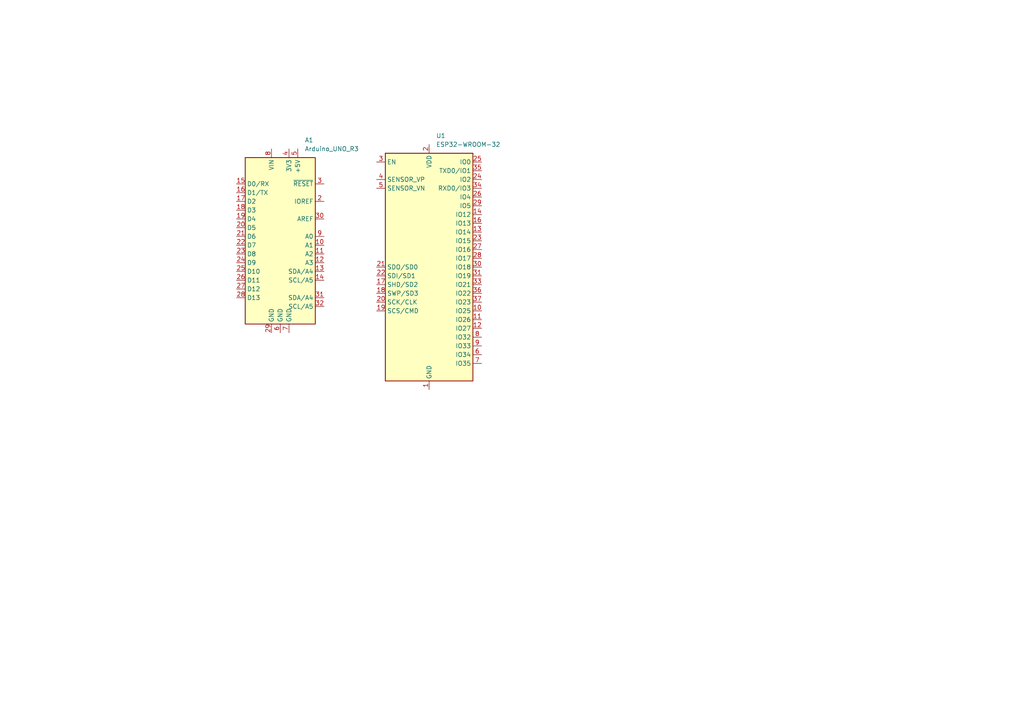
<source format=kicad_sch>
(kicad_sch (version 20211123) (generator eeschema)

  (uuid e63e39d7-6ac0-4ffd-8aa3-1841a4541b55)

  (paper "A4")

  (lib_symbols
    (symbol "MCU_Module:Arduino_UNO_R3" (in_bom yes) (on_board yes)
      (property "Reference" "A" (id 0) (at -10.16 23.495 0)
        (effects (font (size 1.27 1.27)) (justify left bottom))
      )
      (property "Value" "Arduino_UNO_R3" (id 1) (at 5.08 -26.67 0)
        (effects (font (size 1.27 1.27)) (justify left top))
      )
      (property "Footprint" "Module:Arduino_UNO_R3" (id 2) (at 0 0 0)
        (effects (font (size 1.27 1.27) italic) hide)
      )
      (property "Datasheet" "https://www.arduino.cc/en/Main/arduinoBoardUno" (id 3) (at 0 0 0)
        (effects (font (size 1.27 1.27)) hide)
      )
      (property "ki_keywords" "Arduino UNO R3 Microcontroller Module Atmel AVR USB" (id 4) (at 0 0 0)
        (effects (font (size 1.27 1.27)) hide)
      )
      (property "ki_description" "Arduino UNO Microcontroller Module, release 3" (id 5) (at 0 0 0)
        (effects (font (size 1.27 1.27)) hide)
      )
      (property "ki_fp_filters" "Arduino*UNO*R3*" (id 6) (at 0 0 0)
        (effects (font (size 1.27 1.27)) hide)
      )
      (symbol "Arduino_UNO_R3_0_1"
        (rectangle (start -10.16 22.86) (end 10.16 -25.4)
          (stroke (width 0.254) (type default) (color 0 0 0 0))
          (fill (type background))
        )
      )
      (symbol "Arduino_UNO_R3_1_1"
        (pin no_connect line (at -10.16 -20.32 0) (length 2.54) hide
          (name "NC" (effects (font (size 1.27 1.27))))
          (number "1" (effects (font (size 1.27 1.27))))
        )
        (pin bidirectional line (at 12.7 -2.54 180) (length 2.54)
          (name "A1" (effects (font (size 1.27 1.27))))
          (number "10" (effects (font (size 1.27 1.27))))
        )
        (pin bidirectional line (at 12.7 -5.08 180) (length 2.54)
          (name "A2" (effects (font (size 1.27 1.27))))
          (number "11" (effects (font (size 1.27 1.27))))
        )
        (pin bidirectional line (at 12.7 -7.62 180) (length 2.54)
          (name "A3" (effects (font (size 1.27 1.27))))
          (number "12" (effects (font (size 1.27 1.27))))
        )
        (pin bidirectional line (at 12.7 -10.16 180) (length 2.54)
          (name "SDA/A4" (effects (font (size 1.27 1.27))))
          (number "13" (effects (font (size 1.27 1.27))))
        )
        (pin bidirectional line (at 12.7 -12.7 180) (length 2.54)
          (name "SCL/A5" (effects (font (size 1.27 1.27))))
          (number "14" (effects (font (size 1.27 1.27))))
        )
        (pin bidirectional line (at -12.7 15.24 0) (length 2.54)
          (name "D0/RX" (effects (font (size 1.27 1.27))))
          (number "15" (effects (font (size 1.27 1.27))))
        )
        (pin bidirectional line (at -12.7 12.7 0) (length 2.54)
          (name "D1/TX" (effects (font (size 1.27 1.27))))
          (number "16" (effects (font (size 1.27 1.27))))
        )
        (pin bidirectional line (at -12.7 10.16 0) (length 2.54)
          (name "D2" (effects (font (size 1.27 1.27))))
          (number "17" (effects (font (size 1.27 1.27))))
        )
        (pin bidirectional line (at -12.7 7.62 0) (length 2.54)
          (name "D3" (effects (font (size 1.27 1.27))))
          (number "18" (effects (font (size 1.27 1.27))))
        )
        (pin bidirectional line (at -12.7 5.08 0) (length 2.54)
          (name "D4" (effects (font (size 1.27 1.27))))
          (number "19" (effects (font (size 1.27 1.27))))
        )
        (pin output line (at 12.7 10.16 180) (length 2.54)
          (name "IOREF" (effects (font (size 1.27 1.27))))
          (number "2" (effects (font (size 1.27 1.27))))
        )
        (pin bidirectional line (at -12.7 2.54 0) (length 2.54)
          (name "D5" (effects (font (size 1.27 1.27))))
          (number "20" (effects (font (size 1.27 1.27))))
        )
        (pin bidirectional line (at -12.7 0 0) (length 2.54)
          (name "D6" (effects (font (size 1.27 1.27))))
          (number "21" (effects (font (size 1.27 1.27))))
        )
        (pin bidirectional line (at -12.7 -2.54 0) (length 2.54)
          (name "D7" (effects (font (size 1.27 1.27))))
          (number "22" (effects (font (size 1.27 1.27))))
        )
        (pin bidirectional line (at -12.7 -5.08 0) (length 2.54)
          (name "D8" (effects (font (size 1.27 1.27))))
          (number "23" (effects (font (size 1.27 1.27))))
        )
        (pin bidirectional line (at -12.7 -7.62 0) (length 2.54)
          (name "D9" (effects (font (size 1.27 1.27))))
          (number "24" (effects (font (size 1.27 1.27))))
        )
        (pin bidirectional line (at -12.7 -10.16 0) (length 2.54)
          (name "D10" (effects (font (size 1.27 1.27))))
          (number "25" (effects (font (size 1.27 1.27))))
        )
        (pin bidirectional line (at -12.7 -12.7 0) (length 2.54)
          (name "D11" (effects (font (size 1.27 1.27))))
          (number "26" (effects (font (size 1.27 1.27))))
        )
        (pin bidirectional line (at -12.7 -15.24 0) (length 2.54)
          (name "D12" (effects (font (size 1.27 1.27))))
          (number "27" (effects (font (size 1.27 1.27))))
        )
        (pin bidirectional line (at -12.7 -17.78 0) (length 2.54)
          (name "D13" (effects (font (size 1.27 1.27))))
          (number "28" (effects (font (size 1.27 1.27))))
        )
        (pin power_in line (at -2.54 -27.94 90) (length 2.54)
          (name "GND" (effects (font (size 1.27 1.27))))
          (number "29" (effects (font (size 1.27 1.27))))
        )
        (pin input line (at 12.7 15.24 180) (length 2.54)
          (name "~{RESET}" (effects (font (size 1.27 1.27))))
          (number "3" (effects (font (size 1.27 1.27))))
        )
        (pin input line (at 12.7 5.08 180) (length 2.54)
          (name "AREF" (effects (font (size 1.27 1.27))))
          (number "30" (effects (font (size 1.27 1.27))))
        )
        (pin bidirectional line (at 12.7 -17.78 180) (length 2.54)
          (name "SDA/A4" (effects (font (size 1.27 1.27))))
          (number "31" (effects (font (size 1.27 1.27))))
        )
        (pin bidirectional line (at 12.7 -20.32 180) (length 2.54)
          (name "SCL/A5" (effects (font (size 1.27 1.27))))
          (number "32" (effects (font (size 1.27 1.27))))
        )
        (pin power_out line (at 2.54 25.4 270) (length 2.54)
          (name "3V3" (effects (font (size 1.27 1.27))))
          (number "4" (effects (font (size 1.27 1.27))))
        )
        (pin power_out line (at 5.08 25.4 270) (length 2.54)
          (name "+5V" (effects (font (size 1.27 1.27))))
          (number "5" (effects (font (size 1.27 1.27))))
        )
        (pin power_in line (at 0 -27.94 90) (length 2.54)
          (name "GND" (effects (font (size 1.27 1.27))))
          (number "6" (effects (font (size 1.27 1.27))))
        )
        (pin power_in line (at 2.54 -27.94 90) (length 2.54)
          (name "GND" (effects (font (size 1.27 1.27))))
          (number "7" (effects (font (size 1.27 1.27))))
        )
        (pin power_in line (at -2.54 25.4 270) (length 2.54)
          (name "VIN" (effects (font (size 1.27 1.27))))
          (number "8" (effects (font (size 1.27 1.27))))
        )
        (pin bidirectional line (at 12.7 0 180) (length 2.54)
          (name "A0" (effects (font (size 1.27 1.27))))
          (number "9" (effects (font (size 1.27 1.27))))
        )
      )
    )
    (symbol "RF_Module:ESP32-WROOM-32" (in_bom yes) (on_board yes)
      (property "Reference" "U" (id 0) (at -12.7 34.29 0)
        (effects (font (size 1.27 1.27)) (justify left))
      )
      (property "Value" "ESP32-WROOM-32" (id 1) (at 1.27 34.29 0)
        (effects (font (size 1.27 1.27)) (justify left))
      )
      (property "Footprint" "RF_Module:ESP32-WROOM-32" (id 2) (at 0 -38.1 0)
        (effects (font (size 1.27 1.27)) hide)
      )
      (property "Datasheet" "https://www.espressif.com/sites/default/files/documentation/esp32-wroom-32_datasheet_en.pdf" (id 3) (at -7.62 1.27 0)
        (effects (font (size 1.27 1.27)) hide)
      )
      (property "ki_keywords" "RF Radio BT ESP ESP32 Espressif onboard PCB antenna" (id 4) (at 0 0 0)
        (effects (font (size 1.27 1.27)) hide)
      )
      (property "ki_description" "RF Module, ESP32-D0WDQ6 SoC, Wi-Fi 802.11b/g/n, Bluetooth, BLE, 32-bit, 2.7-3.6V, onboard antenna, SMD" (id 5) (at 0 0 0)
        (effects (font (size 1.27 1.27)) hide)
      )
      (property "ki_fp_filters" "ESP32?WROOM?32*" (id 6) (at 0 0 0)
        (effects (font (size 1.27 1.27)) hide)
      )
      (symbol "ESP32-WROOM-32_0_1"
        (rectangle (start -12.7 33.02) (end 12.7 -33.02)
          (stroke (width 0.254) (type default) (color 0 0 0 0))
          (fill (type background))
        )
      )
      (symbol "ESP32-WROOM-32_1_1"
        (pin power_in line (at 0 -35.56 90) (length 2.54)
          (name "GND" (effects (font (size 1.27 1.27))))
          (number "1" (effects (font (size 1.27 1.27))))
        )
        (pin bidirectional line (at 15.24 -12.7 180) (length 2.54)
          (name "IO25" (effects (font (size 1.27 1.27))))
          (number "10" (effects (font (size 1.27 1.27))))
        )
        (pin bidirectional line (at 15.24 -15.24 180) (length 2.54)
          (name "IO26" (effects (font (size 1.27 1.27))))
          (number "11" (effects (font (size 1.27 1.27))))
        )
        (pin bidirectional line (at 15.24 -17.78 180) (length 2.54)
          (name "IO27" (effects (font (size 1.27 1.27))))
          (number "12" (effects (font (size 1.27 1.27))))
        )
        (pin bidirectional line (at 15.24 10.16 180) (length 2.54)
          (name "IO14" (effects (font (size 1.27 1.27))))
          (number "13" (effects (font (size 1.27 1.27))))
        )
        (pin bidirectional line (at 15.24 15.24 180) (length 2.54)
          (name "IO12" (effects (font (size 1.27 1.27))))
          (number "14" (effects (font (size 1.27 1.27))))
        )
        (pin passive line (at 0 -35.56 90) (length 2.54) hide
          (name "GND" (effects (font (size 1.27 1.27))))
          (number "15" (effects (font (size 1.27 1.27))))
        )
        (pin bidirectional line (at 15.24 12.7 180) (length 2.54)
          (name "IO13" (effects (font (size 1.27 1.27))))
          (number "16" (effects (font (size 1.27 1.27))))
        )
        (pin bidirectional line (at -15.24 -5.08 0) (length 2.54)
          (name "SHD/SD2" (effects (font (size 1.27 1.27))))
          (number "17" (effects (font (size 1.27 1.27))))
        )
        (pin bidirectional line (at -15.24 -7.62 0) (length 2.54)
          (name "SWP/SD3" (effects (font (size 1.27 1.27))))
          (number "18" (effects (font (size 1.27 1.27))))
        )
        (pin bidirectional line (at -15.24 -12.7 0) (length 2.54)
          (name "SCS/CMD" (effects (font (size 1.27 1.27))))
          (number "19" (effects (font (size 1.27 1.27))))
        )
        (pin power_in line (at 0 35.56 270) (length 2.54)
          (name "VDD" (effects (font (size 1.27 1.27))))
          (number "2" (effects (font (size 1.27 1.27))))
        )
        (pin bidirectional line (at -15.24 -10.16 0) (length 2.54)
          (name "SCK/CLK" (effects (font (size 1.27 1.27))))
          (number "20" (effects (font (size 1.27 1.27))))
        )
        (pin bidirectional line (at -15.24 0 0) (length 2.54)
          (name "SDO/SD0" (effects (font (size 1.27 1.27))))
          (number "21" (effects (font (size 1.27 1.27))))
        )
        (pin bidirectional line (at -15.24 -2.54 0) (length 2.54)
          (name "SDI/SD1" (effects (font (size 1.27 1.27))))
          (number "22" (effects (font (size 1.27 1.27))))
        )
        (pin bidirectional line (at 15.24 7.62 180) (length 2.54)
          (name "IO15" (effects (font (size 1.27 1.27))))
          (number "23" (effects (font (size 1.27 1.27))))
        )
        (pin bidirectional line (at 15.24 25.4 180) (length 2.54)
          (name "IO2" (effects (font (size 1.27 1.27))))
          (number "24" (effects (font (size 1.27 1.27))))
        )
        (pin bidirectional line (at 15.24 30.48 180) (length 2.54)
          (name "IO0" (effects (font (size 1.27 1.27))))
          (number "25" (effects (font (size 1.27 1.27))))
        )
        (pin bidirectional line (at 15.24 20.32 180) (length 2.54)
          (name "IO4" (effects (font (size 1.27 1.27))))
          (number "26" (effects (font (size 1.27 1.27))))
        )
        (pin bidirectional line (at 15.24 5.08 180) (length 2.54)
          (name "IO16" (effects (font (size 1.27 1.27))))
          (number "27" (effects (font (size 1.27 1.27))))
        )
        (pin bidirectional line (at 15.24 2.54 180) (length 2.54)
          (name "IO17" (effects (font (size 1.27 1.27))))
          (number "28" (effects (font (size 1.27 1.27))))
        )
        (pin bidirectional line (at 15.24 17.78 180) (length 2.54)
          (name "IO5" (effects (font (size 1.27 1.27))))
          (number "29" (effects (font (size 1.27 1.27))))
        )
        (pin input line (at -15.24 30.48 0) (length 2.54)
          (name "EN" (effects (font (size 1.27 1.27))))
          (number "3" (effects (font (size 1.27 1.27))))
        )
        (pin bidirectional line (at 15.24 0 180) (length 2.54)
          (name "IO18" (effects (font (size 1.27 1.27))))
          (number "30" (effects (font (size 1.27 1.27))))
        )
        (pin bidirectional line (at 15.24 -2.54 180) (length 2.54)
          (name "IO19" (effects (font (size 1.27 1.27))))
          (number "31" (effects (font (size 1.27 1.27))))
        )
        (pin no_connect line (at -12.7 -27.94 0) (length 2.54) hide
          (name "NC" (effects (font (size 1.27 1.27))))
          (number "32" (effects (font (size 1.27 1.27))))
        )
        (pin bidirectional line (at 15.24 -5.08 180) (length 2.54)
          (name "IO21" (effects (font (size 1.27 1.27))))
          (number "33" (effects (font (size 1.27 1.27))))
        )
        (pin bidirectional line (at 15.24 22.86 180) (length 2.54)
          (name "RXD0/IO3" (effects (font (size 1.27 1.27))))
          (number "34" (effects (font (size 1.27 1.27))))
        )
        (pin bidirectional line (at 15.24 27.94 180) (length 2.54)
          (name "TXD0/IO1" (effects (font (size 1.27 1.27))))
          (number "35" (effects (font (size 1.27 1.27))))
        )
        (pin bidirectional line (at 15.24 -7.62 180) (length 2.54)
          (name "IO22" (effects (font (size 1.27 1.27))))
          (number "36" (effects (font (size 1.27 1.27))))
        )
        (pin bidirectional line (at 15.24 -10.16 180) (length 2.54)
          (name "IO23" (effects (font (size 1.27 1.27))))
          (number "37" (effects (font (size 1.27 1.27))))
        )
        (pin passive line (at 0 -35.56 90) (length 2.54) hide
          (name "GND" (effects (font (size 1.27 1.27))))
          (number "38" (effects (font (size 1.27 1.27))))
        )
        (pin passive line (at 0 -35.56 90) (length 2.54) hide
          (name "GND" (effects (font (size 1.27 1.27))))
          (number "39" (effects (font (size 1.27 1.27))))
        )
        (pin input line (at -15.24 25.4 0) (length 2.54)
          (name "SENSOR_VP" (effects (font (size 1.27 1.27))))
          (number "4" (effects (font (size 1.27 1.27))))
        )
        (pin input line (at -15.24 22.86 0) (length 2.54)
          (name "SENSOR_VN" (effects (font (size 1.27 1.27))))
          (number "5" (effects (font (size 1.27 1.27))))
        )
        (pin input line (at 15.24 -25.4 180) (length 2.54)
          (name "IO34" (effects (font (size 1.27 1.27))))
          (number "6" (effects (font (size 1.27 1.27))))
        )
        (pin input line (at 15.24 -27.94 180) (length 2.54)
          (name "IO35" (effects (font (size 1.27 1.27))))
          (number "7" (effects (font (size 1.27 1.27))))
        )
        (pin bidirectional line (at 15.24 -20.32 180) (length 2.54)
          (name "IO32" (effects (font (size 1.27 1.27))))
          (number "8" (effects (font (size 1.27 1.27))))
        )
        (pin bidirectional line (at 15.24 -22.86 180) (length 2.54)
          (name "IO33" (effects (font (size 1.27 1.27))))
          (number "9" (effects (font (size 1.27 1.27))))
        )
      )
    )
  )


  (symbol (lib_id "MCU_Module:Arduino_UNO_R3") (at 81.28 68.58 0) (unit 1)
    (in_bom yes) (on_board yes) (fields_autoplaced)
    (uuid 43b96acc-38eb-4650-bb32-c5676a432293)
    (property "Reference" "A1" (id 0) (at 88.3794 40.64 0)
      (effects (font (size 1.27 1.27)) (justify left))
    )
    (property "Value" "Arduino_UNO_R3" (id 1) (at 88.3794 43.18 0)
      (effects (font (size 1.27 1.27)) (justify left))
    )
    (property "Footprint" "Module:Arduino_UNO_R3" (id 2) (at 81.28 68.58 0)
      (effects (font (size 1.27 1.27) italic) hide)
    )
    (property "Datasheet" "https://www.arduino.cc/en/Main/arduinoBoardUno" (id 3) (at 81.28 68.58 0)
      (effects (font (size 1.27 1.27)) hide)
    )
    (pin "1" (uuid bc0b1a4b-971e-4351-bc14-69db688b7897))
    (pin "10" (uuid a41025e4-942f-48b9-8cc2-2519efcfb9d6))
    (pin "11" (uuid 0f2cbd47-5a44-4ac3-b26e-6d9e095562bb))
    (pin "12" (uuid d8ab0b7a-1ccb-4575-8023-7f2e41551ab4))
    (pin "13" (uuid e0266eec-839a-4bc3-93b0-add251704cb6))
    (pin "14" (uuid 8534ce80-ddd6-4062-891d-225f3da5cb85))
    (pin "15" (uuid 0ac6eaa6-e485-4cbc-b2bb-b102a789fc17))
    (pin "16" (uuid abadaf0c-8ff9-4d84-b1da-6ba1ed117c36))
    (pin "17" (uuid 6f081b6f-1951-48ea-9ac0-d179b250d884))
    (pin "18" (uuid ac5430eb-eb91-4ae1-aaf6-8af138c77642))
    (pin "19" (uuid 0917f7df-f5fb-4463-8088-c587504cf4cf))
    (pin "2" (uuid 9590be50-7eef-4126-953d-6467b15f7a24))
    (pin "20" (uuid 495024fe-764a-4253-92ae-c8a5a9c9698d))
    (pin "21" (uuid a2d234a7-2227-45bb-8680-5d1312f1c005))
    (pin "22" (uuid b4dcd044-6ff5-44bf-8cb6-f2e1e08bdfa5))
    (pin "23" (uuid 25aa9f34-f167-4f07-aa68-6bc4f4d7d721))
    (pin "24" (uuid 44816026-f158-4880-b8e1-c6e216346790))
    (pin "25" (uuid af86f0d3-18ca-4b0e-9987-c00fc3f8dab2))
    (pin "26" (uuid 02a47184-3f57-4de7-8ef2-595b319eecba))
    (pin "27" (uuid f311d999-a8c5-4d1b-a42c-89e0665280bc))
    (pin "28" (uuid 2dbf1b51-ac84-469a-8be1-95f3738a0575))
    (pin "29" (uuid 352ef905-39a8-4556-98c8-6a407066634f))
    (pin "3" (uuid c2c9f1cb-e9ad-4cfb-a2e5-b8f32bbc9db8))
    (pin "30" (uuid 6ee4faf0-3203-418c-ae69-6b6495108ebf))
    (pin "31" (uuid 16cec087-73a8-4c0a-92f0-cbbd318a96be))
    (pin "32" (uuid 0f7d8546-24bb-4360-9351-821af066180b))
    (pin "4" (uuid c79cec70-0323-43f7-84ab-048690f0a772))
    (pin "5" (uuid 93a6a0aa-539f-467b-8acb-ab094b8e5bdd))
    (pin "6" (uuid f344f042-9f47-4472-a17f-b022dc563856))
    (pin "7" (uuid e5df338d-1d51-41a1-ad0e-eb9b5bded61b))
    (pin "8" (uuid fc863ea6-399e-47b6-83a2-8a83f45926eb))
    (pin "9" (uuid 4a2a9dd3-35e8-4720-85d8-469e642f45df))
  )

  (symbol (lib_id "RF_Module:ESP32-WROOM-32") (at 124.46 77.47 0) (unit 1)
    (in_bom yes) (on_board yes) (fields_autoplaced)
    (uuid e15c2183-01c2-4f58-96c1-8a54316480e9)
    (property "Reference" "U1" (id 0) (at 126.4794 39.37 0)
      (effects (font (size 1.27 1.27)) (justify left))
    )
    (property "Value" "ESP32-WROOM-32" (id 1) (at 126.4794 41.91 0)
      (effects (font (size 1.27 1.27)) (justify left))
    )
    (property "Footprint" "RF_Module:ESP32-WROOM-32" (id 2) (at 124.46 115.57 0)
      (effects (font (size 1.27 1.27)) hide)
    )
    (property "Datasheet" "https://www.espressif.com/sites/default/files/documentation/esp32-wroom-32_datasheet_en.pdf" (id 3) (at 116.84 76.2 0)
      (effects (font (size 1.27 1.27)) hide)
    )
    (pin "1" (uuid d208c9e2-d935-498b-9372-da01caffe329))
    (pin "10" (uuid 71ddcb39-9596-4f5f-bc02-a3c4f44d499f))
    (pin "11" (uuid b9bf8f07-88d4-4433-add8-01071244591a))
    (pin "12" (uuid b70ca9ce-a03c-4efe-8374-40481681c812))
    (pin "13" (uuid 17aa6e76-1d0f-4c8e-95c0-3c6e2cae2550))
    (pin "14" (uuid a129cb60-8411-4bc3-b9a3-69fb476dd2ed))
    (pin "15" (uuid fad588fb-fe23-46de-84ed-892681827ece))
    (pin "16" (uuid a7fc6243-7b33-444c-b605-916d75236a2f))
    (pin "17" (uuid 02d7ed08-db9b-48d5-a2a9-69c8fa16aed1))
    (pin "18" (uuid 4af23482-9455-4b18-95ec-8e3afe179299))
    (pin "19" (uuid 68a257ca-67fe-4681-9eb2-d1fad2ae42f3))
    (pin "2" (uuid 1565f8ef-f472-4c17-860b-2ba347d44ad3))
    (pin "20" (uuid 714c55fa-afda-48af-9e25-87edec4fd5dd))
    (pin "21" (uuid 16fd4b4d-62f9-4869-aaa2-a5ab514cf692))
    (pin "22" (uuid cd01550f-83aa-4c6e-987b-39ed321cfd6c))
    (pin "23" (uuid 1ce83ea5-1605-419a-bb03-49c66c995542))
    (pin "24" (uuid 8426f746-34b2-4513-977d-0c60621dc0a3))
    (pin "25" (uuid 8741a201-5421-46b6-a42f-a752a3d1f238))
    (pin "26" (uuid aa7430a0-9a18-42f6-a9e5-b708830b9e26))
    (pin "27" (uuid cbedcb4e-0dcb-4bd3-a726-8ccdc908de10))
    (pin "28" (uuid 11cf9ef7-2888-4a88-899c-918983d92781))
    (pin "29" (uuid 81751070-3bc6-49aa-b32c-f6c3abcf8130))
    (pin "3" (uuid caab5689-c635-438b-bdd9-8c810fc8d6cc))
    (pin "30" (uuid d887054a-331c-4876-a1b4-46e5919c523a))
    (pin "31" (uuid 780e9313-cf37-44ba-aa81-907c30a25bcb))
    (pin "32" (uuid 47de6c4c-14d2-430c-8f04-a846d1a0414a))
    (pin "33" (uuid d9a2ccef-eedc-4933-8e6b-95a0d28ba876))
    (pin "34" (uuid 897b91d6-73cb-47e8-b0cd-afed8f4cfb84))
    (pin "35" (uuid 826065b2-fac7-451b-923e-2cd13f54bf42))
    (pin "36" (uuid 970420bb-3b39-428b-8e83-2c372cf53458))
    (pin "37" (uuid 6f96b023-cda5-4bae-a7e6-a56bda800c25))
    (pin "38" (uuid 15b8cce9-4931-4180-be3f-ea7eb1d9cb4b))
    (pin "39" (uuid a7ae20af-18e4-4270-bb9c-bca515401b6b))
    (pin "4" (uuid b5f5c22e-7f28-4daf-8c70-18010721d325))
    (pin "5" (uuid c296f196-feeb-4910-841e-eacae7b6bb43))
    (pin "6" (uuid 01b47066-56af-45e9-b456-e34e13b78c46))
    (pin "7" (uuid 7e075c6a-2d0b-4c59-8faa-e099a009b3d2))
    (pin "8" (uuid e07e5a0c-e140-49e4-9f83-f0ebe0b7eed7))
    (pin "9" (uuid 04478ca0-de4f-4741-8f2f-d7f656753c9c))
  )

  (sheet_instances
    (path "/" (page "1"))
  )

  (symbol_instances
    (path "/43b96acc-38eb-4650-bb32-c5676a432293"
      (reference "A1") (unit 1) (value "Arduino_UNO_R3") (footprint "Module:Arduino_UNO_R3")
    )
    (path "/e15c2183-01c2-4f58-96c1-8a54316480e9"
      (reference "U1") (unit 1) (value "ESP32-WROOM-32") (footprint "RF_Module:ESP32-WROOM-32")
    )
  )
)

</source>
